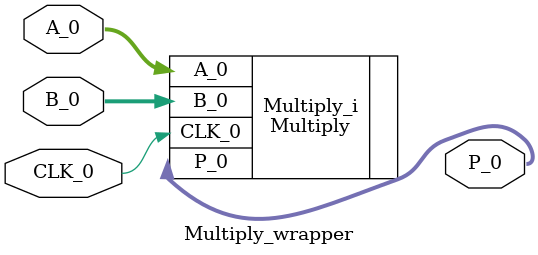
<source format=v>
`timescale 1 ps / 1 ps

module Multiply_wrapper
   (A_0,
    B_0,
    CLK_0,
    P_0);
  input [15:0]A_0;
  input [15:0]B_0;
  input CLK_0;
  output [31:0]P_0;

  wire [15:0]A_0;
  wire [15:0]B_0;
  wire CLK_0;
  wire [31:0]P_0;

  Multiply Multiply_i
       (.A_0(A_0),
        .B_0(B_0),
        .CLK_0(CLK_0),
        .P_0(P_0));
endmodule

</source>
